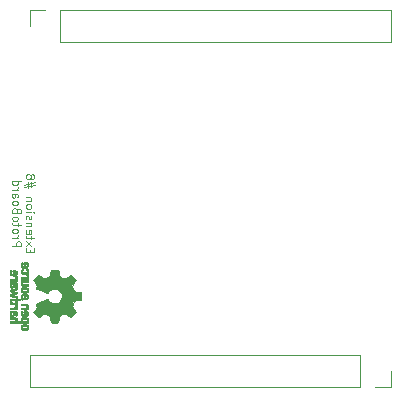
<source format=gbo>
G04 #@! TF.FileFunction,Legend,Bot*
%FSLAX46Y46*%
G04 Gerber Fmt 4.6, Leading zero omitted, Abs format (unit mm)*
G04 Created by KiCad (PCBNEW 4.0.7-e2-6376~60~ubuntu17.10.1) date Thu Nov  2 21:58:26 2017*
%MOMM*%
%LPD*%
G01*
G04 APERTURE LIST*
%ADD10C,0.100000*%
%ADD11C,0.010000*%
%ADD12C,0.120000*%
G04 APERTURE END LIST*
D10*
X147310000Y-110598332D02*
X147310000Y-110364999D01*
X146943333Y-110264999D02*
X146943333Y-110598332D01*
X147643333Y-110598332D01*
X147643333Y-110264999D01*
X146943333Y-110031666D02*
X147410000Y-109664999D01*
X147410000Y-110031666D02*
X146943333Y-109664999D01*
X147410000Y-109498332D02*
X147410000Y-109231666D01*
X147643333Y-109398332D02*
X147043333Y-109398332D01*
X146976667Y-109364999D01*
X146943333Y-109298332D01*
X146943333Y-109231666D01*
X146976667Y-108731666D02*
X146943333Y-108798332D01*
X146943333Y-108931666D01*
X146976667Y-108998332D01*
X147043333Y-109031666D01*
X147310000Y-109031666D01*
X147376667Y-108998332D01*
X147410000Y-108931666D01*
X147410000Y-108798332D01*
X147376667Y-108731666D01*
X147310000Y-108698332D01*
X147243333Y-108698332D01*
X147176667Y-109031666D01*
X147410000Y-108398332D02*
X146943333Y-108398332D01*
X147343333Y-108398332D02*
X147376667Y-108364999D01*
X147410000Y-108298332D01*
X147410000Y-108198332D01*
X147376667Y-108131666D01*
X147310000Y-108098332D01*
X146943333Y-108098332D01*
X146976667Y-107798333D02*
X146943333Y-107731666D01*
X146943333Y-107598333D01*
X146976667Y-107531666D01*
X147043333Y-107498333D01*
X147076667Y-107498333D01*
X147143333Y-107531666D01*
X147176667Y-107598333D01*
X147176667Y-107698333D01*
X147210000Y-107764999D01*
X147276667Y-107798333D01*
X147310000Y-107798333D01*
X147376667Y-107764999D01*
X147410000Y-107698333D01*
X147410000Y-107598333D01*
X147376667Y-107531666D01*
X146943333Y-107198332D02*
X147410000Y-107198332D01*
X147643333Y-107198332D02*
X147610000Y-107231666D01*
X147576667Y-107198332D01*
X147610000Y-107164999D01*
X147643333Y-107198332D01*
X147576667Y-107198332D01*
X146943333Y-106764999D02*
X146976667Y-106831666D01*
X147010000Y-106864999D01*
X147076667Y-106898333D01*
X147276667Y-106898333D01*
X147343333Y-106864999D01*
X147376667Y-106831666D01*
X147410000Y-106764999D01*
X147410000Y-106664999D01*
X147376667Y-106598333D01*
X147343333Y-106564999D01*
X147276667Y-106531666D01*
X147076667Y-106531666D01*
X147010000Y-106564999D01*
X146976667Y-106598333D01*
X146943333Y-106664999D01*
X146943333Y-106764999D01*
X147410000Y-106231666D02*
X146943333Y-106231666D01*
X147343333Y-106231666D02*
X147376667Y-106198333D01*
X147410000Y-106131666D01*
X147410000Y-106031666D01*
X147376667Y-105965000D01*
X147310000Y-105931666D01*
X146943333Y-105931666D01*
X147410000Y-105098334D02*
X147410000Y-104598334D01*
X147710000Y-104898334D02*
X146810000Y-105098334D01*
X147110000Y-104665000D02*
X147110000Y-105165000D01*
X146810000Y-104865000D02*
X147710000Y-104665000D01*
X147343333Y-104265000D02*
X147376667Y-104331667D01*
X147410000Y-104365000D01*
X147476667Y-104398334D01*
X147510000Y-104398334D01*
X147576667Y-104365000D01*
X147610000Y-104331667D01*
X147643333Y-104265000D01*
X147643333Y-104131667D01*
X147610000Y-104065000D01*
X147576667Y-104031667D01*
X147510000Y-103998334D01*
X147476667Y-103998334D01*
X147410000Y-104031667D01*
X147376667Y-104065000D01*
X147343333Y-104131667D01*
X147343333Y-104265000D01*
X147310000Y-104331667D01*
X147276667Y-104365000D01*
X147210000Y-104398334D01*
X147076667Y-104398334D01*
X147010000Y-104365000D01*
X146976667Y-104331667D01*
X146943333Y-104265000D01*
X146943333Y-104131667D01*
X146976667Y-104065000D01*
X147010000Y-104031667D01*
X147076667Y-103998334D01*
X147210000Y-103998334D01*
X147276667Y-104031667D01*
X147310000Y-104065000D01*
X147343333Y-104131667D01*
X145793333Y-110064998D02*
X146493333Y-110064998D01*
X146493333Y-109798332D01*
X146460000Y-109731665D01*
X146426667Y-109698332D01*
X146360000Y-109664998D01*
X146260000Y-109664998D01*
X146193333Y-109698332D01*
X146160000Y-109731665D01*
X146126667Y-109798332D01*
X146126667Y-110064998D01*
X145793333Y-109364998D02*
X146260000Y-109364998D01*
X146126667Y-109364998D02*
X146193333Y-109331665D01*
X146226667Y-109298332D01*
X146260000Y-109231665D01*
X146260000Y-109164998D01*
X145793333Y-108831665D02*
X145826667Y-108898332D01*
X145860000Y-108931665D01*
X145926667Y-108964999D01*
X146126667Y-108964999D01*
X146193333Y-108931665D01*
X146226667Y-108898332D01*
X146260000Y-108831665D01*
X146260000Y-108731665D01*
X146226667Y-108664999D01*
X146193333Y-108631665D01*
X146126667Y-108598332D01*
X145926667Y-108598332D01*
X145860000Y-108631665D01*
X145826667Y-108664999D01*
X145793333Y-108731665D01*
X145793333Y-108831665D01*
X146260000Y-108398332D02*
X146260000Y-108131666D01*
X146493333Y-108298332D02*
X145893333Y-108298332D01*
X145826667Y-108264999D01*
X145793333Y-108198332D01*
X145793333Y-108131666D01*
X145793333Y-107798332D02*
X145826667Y-107864999D01*
X145860000Y-107898332D01*
X145926667Y-107931666D01*
X146126667Y-107931666D01*
X146193333Y-107898332D01*
X146226667Y-107864999D01*
X146260000Y-107798332D01*
X146260000Y-107698332D01*
X146226667Y-107631666D01*
X146193333Y-107598332D01*
X146126667Y-107564999D01*
X145926667Y-107564999D01*
X145860000Y-107598332D01*
X145826667Y-107631666D01*
X145793333Y-107698332D01*
X145793333Y-107798332D01*
X146160000Y-107031666D02*
X146126667Y-106931666D01*
X146093333Y-106898333D01*
X146026667Y-106864999D01*
X145926667Y-106864999D01*
X145860000Y-106898333D01*
X145826667Y-106931666D01*
X145793333Y-106998333D01*
X145793333Y-107264999D01*
X146493333Y-107264999D01*
X146493333Y-107031666D01*
X146460000Y-106964999D01*
X146426667Y-106931666D01*
X146360000Y-106898333D01*
X146293333Y-106898333D01*
X146226667Y-106931666D01*
X146193333Y-106964999D01*
X146160000Y-107031666D01*
X146160000Y-107264999D01*
X145793333Y-106464999D02*
X145826667Y-106531666D01*
X145860000Y-106564999D01*
X145926667Y-106598333D01*
X146126667Y-106598333D01*
X146193333Y-106564999D01*
X146226667Y-106531666D01*
X146260000Y-106464999D01*
X146260000Y-106364999D01*
X146226667Y-106298333D01*
X146193333Y-106264999D01*
X146126667Y-106231666D01*
X145926667Y-106231666D01*
X145860000Y-106264999D01*
X145826667Y-106298333D01*
X145793333Y-106364999D01*
X145793333Y-106464999D01*
X145793333Y-105631666D02*
X146160000Y-105631666D01*
X146226667Y-105665000D01*
X146260000Y-105731666D01*
X146260000Y-105865000D01*
X146226667Y-105931666D01*
X145826667Y-105631666D02*
X145793333Y-105698333D01*
X145793333Y-105865000D01*
X145826667Y-105931666D01*
X145893333Y-105965000D01*
X145960000Y-105965000D01*
X146026667Y-105931666D01*
X146060000Y-105865000D01*
X146060000Y-105698333D01*
X146093333Y-105631666D01*
X145793333Y-105298333D02*
X146260000Y-105298333D01*
X146126667Y-105298333D02*
X146193333Y-105265000D01*
X146226667Y-105231667D01*
X146260000Y-105165000D01*
X146260000Y-105098333D01*
X145793333Y-104565000D02*
X146493333Y-104565000D01*
X145826667Y-104565000D02*
X145793333Y-104631667D01*
X145793333Y-104765000D01*
X145826667Y-104831667D01*
X145860000Y-104865000D01*
X145926667Y-104898334D01*
X146126667Y-104898334D01*
X146193333Y-104865000D01*
X146226667Y-104831667D01*
X146260000Y-104765000D01*
X146260000Y-104631667D01*
X146226667Y-104565000D01*
D11*
G36*
X147120816Y-116208759D02*
X147107718Y-116182247D01*
X147084894Y-116149553D01*
X147060004Y-116125725D01*
X147028751Y-116109406D01*
X146986834Y-116099240D01*
X146929956Y-116093872D01*
X146853816Y-116091944D01*
X146821083Y-116091831D01*
X146749344Y-116092161D01*
X146698073Y-116093527D01*
X146662596Y-116096500D01*
X146638237Y-116101649D01*
X146620320Y-116109543D01*
X146608098Y-116117757D01*
X146556095Y-116170187D01*
X146524816Y-116231930D01*
X146515408Y-116298536D01*
X146529020Y-116365558D01*
X146538646Y-116386792D01*
X146565141Y-116437624D01*
X146149948Y-116437624D01*
X146169132Y-116400525D01*
X146183975Y-116351643D01*
X146187778Y-116291561D01*
X146180757Y-116231564D01*
X146164987Y-116186256D01*
X146134953Y-116148675D01*
X146091976Y-116116564D01*
X146087564Y-116114150D01*
X146066779Y-116103967D01*
X146045830Y-116096530D01*
X146020452Y-116091411D01*
X145986382Y-116088181D01*
X145939359Y-116086413D01*
X145875118Y-116085677D01*
X145802824Y-116085544D01*
X145572178Y-116085544D01*
X145572178Y-116223861D01*
X145997467Y-116223861D01*
X146030021Y-116262549D01*
X146056060Y-116302738D01*
X146060795Y-116340797D01*
X146048611Y-116379066D01*
X146036680Y-116399462D01*
X146019687Y-116414642D01*
X145994005Y-116425438D01*
X145956009Y-116432683D01*
X145902074Y-116437208D01*
X145828575Y-116439844D01*
X145779653Y-116440772D01*
X145578465Y-116443911D01*
X145574664Y-116509926D01*
X145570864Y-116575940D01*
X146819350Y-116575940D01*
X146819350Y-116437624D01*
X146749746Y-116434097D01*
X146701431Y-116422215D01*
X146671369Y-116400020D01*
X146656529Y-116365559D01*
X146653564Y-116330742D01*
X146656972Y-116291329D01*
X146670383Y-116265171D01*
X146688104Y-116248814D01*
X146707165Y-116235937D01*
X146728399Y-116228272D01*
X146758151Y-116224861D01*
X146802764Y-116224749D01*
X146840120Y-116225897D01*
X146896396Y-116228532D01*
X146933342Y-116232456D01*
X146956777Y-116239063D01*
X146972520Y-116249749D01*
X146981620Y-116259833D01*
X147001463Y-116301970D01*
X147004668Y-116351840D01*
X146997832Y-116380476D01*
X146973536Y-116408828D01*
X146926272Y-116427609D01*
X146856376Y-116436712D01*
X146819350Y-116437624D01*
X146819350Y-116575940D01*
X147131386Y-116575940D01*
X147131386Y-116506782D01*
X147129744Y-116465260D01*
X147123913Y-116443838D01*
X147112539Y-116437626D01*
X147112202Y-116437624D01*
X147101062Y-116434742D01*
X147102327Y-116422030D01*
X147114567Y-116396757D01*
X147133293Y-116337869D01*
X147135261Y-116271615D01*
X147120816Y-116208759D01*
X147120816Y-116208759D01*
G37*
X147120816Y-116208759D02*
X147107718Y-116182247D01*
X147084894Y-116149553D01*
X147060004Y-116125725D01*
X147028751Y-116109406D01*
X146986834Y-116099240D01*
X146929956Y-116093872D01*
X146853816Y-116091944D01*
X146821083Y-116091831D01*
X146749344Y-116092161D01*
X146698073Y-116093527D01*
X146662596Y-116096500D01*
X146638237Y-116101649D01*
X146620320Y-116109543D01*
X146608098Y-116117757D01*
X146556095Y-116170187D01*
X146524816Y-116231930D01*
X146515408Y-116298536D01*
X146529020Y-116365558D01*
X146538646Y-116386792D01*
X146565141Y-116437624D01*
X146149948Y-116437624D01*
X146169132Y-116400525D01*
X146183975Y-116351643D01*
X146187778Y-116291561D01*
X146180757Y-116231564D01*
X146164987Y-116186256D01*
X146134953Y-116148675D01*
X146091976Y-116116564D01*
X146087564Y-116114150D01*
X146066779Y-116103967D01*
X146045830Y-116096530D01*
X146020452Y-116091411D01*
X145986382Y-116088181D01*
X145939359Y-116086413D01*
X145875118Y-116085677D01*
X145802824Y-116085544D01*
X145572178Y-116085544D01*
X145572178Y-116223861D01*
X145997467Y-116223861D01*
X146030021Y-116262549D01*
X146056060Y-116302738D01*
X146060795Y-116340797D01*
X146048611Y-116379066D01*
X146036680Y-116399462D01*
X146019687Y-116414642D01*
X145994005Y-116425438D01*
X145956009Y-116432683D01*
X145902074Y-116437208D01*
X145828575Y-116439844D01*
X145779653Y-116440772D01*
X145578465Y-116443911D01*
X145574664Y-116509926D01*
X145570864Y-116575940D01*
X146819350Y-116575940D01*
X146819350Y-116437624D01*
X146749746Y-116434097D01*
X146701431Y-116422215D01*
X146671369Y-116400020D01*
X146656529Y-116365559D01*
X146653564Y-116330742D01*
X146656972Y-116291329D01*
X146670383Y-116265171D01*
X146688104Y-116248814D01*
X146707165Y-116235937D01*
X146728399Y-116228272D01*
X146758151Y-116224861D01*
X146802764Y-116224749D01*
X146840120Y-116225897D01*
X146896396Y-116228532D01*
X146933342Y-116232456D01*
X146956777Y-116239063D01*
X146972520Y-116249749D01*
X146981620Y-116259833D01*
X147001463Y-116301970D01*
X147004668Y-116351840D01*
X146997832Y-116380476D01*
X146973536Y-116408828D01*
X146926272Y-116427609D01*
X146856376Y-116436712D01*
X146819350Y-116437624D01*
X146819350Y-116575940D01*
X147131386Y-116575940D01*
X147131386Y-116506782D01*
X147129744Y-116465260D01*
X147123913Y-116443838D01*
X147112539Y-116437626D01*
X147112202Y-116437624D01*
X147101062Y-116434742D01*
X147102327Y-116422030D01*
X147114567Y-116396757D01*
X147133293Y-116337869D01*
X147135261Y-116271615D01*
X147120816Y-116208759D01*
G36*
X146183445Y-115684210D02*
X146167661Y-115625055D01*
X146139052Y-115580023D01*
X146101581Y-115548246D01*
X146085589Y-115538366D01*
X146068837Y-115531073D01*
X146047408Y-115525974D01*
X146017384Y-115522679D01*
X145974846Y-115520797D01*
X145915878Y-115519937D01*
X145836560Y-115519707D01*
X145815516Y-115519703D01*
X145572178Y-115519703D01*
X145572178Y-115580059D01*
X145574874Y-115618557D01*
X145581705Y-115647023D01*
X145585917Y-115654155D01*
X145593187Y-115673652D01*
X145585917Y-115693566D01*
X145576840Y-115726353D01*
X145573187Y-115773978D01*
X145574772Y-115826764D01*
X145581411Y-115875036D01*
X145589928Y-115903218D01*
X145624937Y-115957753D01*
X145673521Y-115991835D01*
X145738118Y-116007157D01*
X145739777Y-116007299D01*
X145768434Y-116005955D01*
X145768434Y-115884356D01*
X145735839Y-115873726D01*
X145717495Y-115856410D01*
X145703621Y-115821652D01*
X145698083Y-115775773D01*
X145700809Y-115728988D01*
X145711726Y-115691514D01*
X145718731Y-115681015D01*
X145751096Y-115662668D01*
X145787889Y-115658020D01*
X145836237Y-115658020D01*
X145836237Y-115727582D01*
X145831150Y-115793667D01*
X145816737Y-115843764D01*
X145794271Y-115874929D01*
X145768434Y-115884356D01*
X145768434Y-116005955D01*
X145810353Y-116003987D01*
X145866155Y-115980710D01*
X145908353Y-115936948D01*
X145912192Y-115930899D01*
X145924691Y-115904907D01*
X145932260Y-115872735D01*
X145935939Y-115827760D01*
X145936784Y-115774331D01*
X145936831Y-115658020D01*
X145985589Y-115658020D01*
X146023419Y-115662953D01*
X146048764Y-115675543D01*
X146050113Y-115677017D01*
X146061200Y-115705034D01*
X146065497Y-115747326D01*
X146063385Y-115794064D01*
X146055244Y-115835418D01*
X146043035Y-115859957D01*
X146033254Y-115873253D01*
X146031387Y-115887294D01*
X146039400Y-115906671D01*
X146059261Y-115935976D01*
X146092937Y-115979803D01*
X146096091Y-115983825D01*
X146107764Y-115981764D01*
X146127178Y-115964568D01*
X146148752Y-115938433D01*
X146166904Y-115909552D01*
X146171191Y-115900478D01*
X146179744Y-115867380D01*
X146185845Y-115818880D01*
X146188292Y-115764695D01*
X146188297Y-115762161D01*
X146183445Y-115684210D01*
X146183445Y-115684210D01*
G37*
X146183445Y-115684210D02*
X146167661Y-115625055D01*
X146139052Y-115580023D01*
X146101581Y-115548246D01*
X146085589Y-115538366D01*
X146068837Y-115531073D01*
X146047408Y-115525974D01*
X146017384Y-115522679D01*
X145974846Y-115520797D01*
X145915878Y-115519937D01*
X145836560Y-115519707D01*
X145815516Y-115519703D01*
X145572178Y-115519703D01*
X145572178Y-115580059D01*
X145574874Y-115618557D01*
X145581705Y-115647023D01*
X145585917Y-115654155D01*
X145593187Y-115673652D01*
X145585917Y-115693566D01*
X145576840Y-115726353D01*
X145573187Y-115773978D01*
X145574772Y-115826764D01*
X145581411Y-115875036D01*
X145589928Y-115903218D01*
X145624937Y-115957753D01*
X145673521Y-115991835D01*
X145738118Y-116007157D01*
X145739777Y-116007299D01*
X145768434Y-116005955D01*
X145768434Y-115884356D01*
X145735839Y-115873726D01*
X145717495Y-115856410D01*
X145703621Y-115821652D01*
X145698083Y-115775773D01*
X145700809Y-115728988D01*
X145711726Y-115691514D01*
X145718731Y-115681015D01*
X145751096Y-115662668D01*
X145787889Y-115658020D01*
X145836237Y-115658020D01*
X145836237Y-115727582D01*
X145831150Y-115793667D01*
X145816737Y-115843764D01*
X145794271Y-115874929D01*
X145768434Y-115884356D01*
X145768434Y-116005955D01*
X145810353Y-116003987D01*
X145866155Y-115980710D01*
X145908353Y-115936948D01*
X145912192Y-115930899D01*
X145924691Y-115904907D01*
X145932260Y-115872735D01*
X145935939Y-115827760D01*
X145936784Y-115774331D01*
X145936831Y-115658020D01*
X145985589Y-115658020D01*
X146023419Y-115662953D01*
X146048764Y-115675543D01*
X146050113Y-115677017D01*
X146061200Y-115705034D01*
X146065497Y-115747326D01*
X146063385Y-115794064D01*
X146055244Y-115835418D01*
X146043035Y-115859957D01*
X146033254Y-115873253D01*
X146031387Y-115887294D01*
X146039400Y-115906671D01*
X146059261Y-115935976D01*
X146092937Y-115979803D01*
X146096091Y-115983825D01*
X146107764Y-115981764D01*
X146127178Y-115964568D01*
X146148752Y-115938433D01*
X146166904Y-115909552D01*
X146171191Y-115900478D01*
X146179744Y-115867380D01*
X146185845Y-115818880D01*
X146188292Y-115764695D01*
X146188297Y-115762161D01*
X146183445Y-115684210D01*
G36*
X146186980Y-115293356D02*
X146181340Y-115274539D01*
X146168947Y-115268473D01*
X146163353Y-115268218D01*
X146147770Y-115267129D01*
X146145324Y-115259632D01*
X146156007Y-115239381D01*
X146163306Y-115227351D01*
X146178937Y-115189400D01*
X146186666Y-115144072D01*
X146187260Y-115096544D01*
X146181487Y-115051995D01*
X146170116Y-115015602D01*
X146153912Y-114992543D01*
X146133645Y-114987996D01*
X146128157Y-114990291D01*
X146105374Y-115007020D01*
X146077353Y-115032963D01*
X146072823Y-115037655D01*
X146051995Y-115062383D01*
X146045265Y-115083718D01*
X146049962Y-115113555D01*
X146053083Y-115125508D01*
X146060579Y-115162705D01*
X146057208Y-115188859D01*
X146045319Y-115210946D01*
X146029365Y-115231178D01*
X146009300Y-115246079D01*
X145981298Y-115256434D01*
X145941533Y-115263029D01*
X145886177Y-115266649D01*
X145811406Y-115268078D01*
X145766260Y-115268218D01*
X145572178Y-115268218D01*
X145572178Y-115393960D01*
X146188317Y-115393960D01*
X146188317Y-115331089D01*
X146186980Y-115293356D01*
X146186980Y-115293356D01*
G37*
X146186980Y-115293356D02*
X146181340Y-115274539D01*
X146168947Y-115268473D01*
X146163353Y-115268218D01*
X146147770Y-115267129D01*
X146145324Y-115259632D01*
X146156007Y-115239381D01*
X146163306Y-115227351D01*
X146178937Y-115189400D01*
X146186666Y-115144072D01*
X146187260Y-115096544D01*
X146181487Y-115051995D01*
X146170116Y-115015602D01*
X146153912Y-114992543D01*
X146133645Y-114987996D01*
X146128157Y-114990291D01*
X146105374Y-115007020D01*
X146077353Y-115032963D01*
X146072823Y-115037655D01*
X146051995Y-115062383D01*
X146045265Y-115083718D01*
X146049962Y-115113555D01*
X146053083Y-115125508D01*
X146060579Y-115162705D01*
X146057208Y-115188859D01*
X146045319Y-115210946D01*
X146029365Y-115231178D01*
X146009300Y-115246079D01*
X145981298Y-115256434D01*
X145941533Y-115263029D01*
X145886177Y-115266649D01*
X145811406Y-115268078D01*
X145766260Y-115268218D01*
X145572178Y-115268218D01*
X145572178Y-115393960D01*
X146188317Y-115393960D01*
X146188317Y-115331089D01*
X146186980Y-115293356D01*
G36*
X145572178Y-114501188D02*
X145572178Y-114570346D01*
X145573355Y-114610488D01*
X145578228Y-114631394D01*
X145588814Y-114638922D01*
X145595971Y-114639505D01*
X145610324Y-114640774D01*
X145613077Y-114648779D01*
X145604229Y-114669815D01*
X145595971Y-114686173D01*
X145576403Y-114748977D01*
X145575271Y-114817248D01*
X145589865Y-114872752D01*
X145625123Y-114924438D01*
X145677165Y-114963838D01*
X145738550Y-114985413D01*
X145741982Y-114985962D01*
X145779429Y-114989167D01*
X145833187Y-114990761D01*
X145873845Y-114990633D01*
X145873845Y-114853279D01*
X145819806Y-114850097D01*
X145775265Y-114842859D01*
X145750112Y-114833060D01*
X145715740Y-114795989D01*
X145703418Y-114751974D01*
X145713382Y-114706584D01*
X145743105Y-114667797D01*
X145763095Y-114653108D01*
X145786950Y-114644519D01*
X145821770Y-114640496D01*
X145874070Y-114639505D01*
X145925861Y-114641278D01*
X145971366Y-114645963D01*
X146001819Y-114652603D01*
X146004548Y-114653710D01*
X146037000Y-114680491D01*
X146054817Y-114719579D01*
X146057694Y-114763315D01*
X146045326Y-114804038D01*
X146017407Y-114834087D01*
X146011852Y-114837204D01*
X145977978Y-114846961D01*
X145929272Y-114852277D01*
X145873845Y-114853279D01*
X145873845Y-114990633D01*
X145894460Y-114990568D01*
X145927437Y-114989664D01*
X146009019Y-114983514D01*
X146070270Y-114970733D01*
X146115551Y-114949471D01*
X146149221Y-114917878D01*
X146168986Y-114887207D01*
X146182880Y-114844354D01*
X146187646Y-114791056D01*
X146183764Y-114736480D01*
X146171718Y-114689792D01*
X146157307Y-114665124D01*
X146134122Y-114639505D01*
X146427227Y-114639505D01*
X146427227Y-114501188D01*
X145572178Y-114501188D01*
X145572178Y-114501188D01*
G37*
X145572178Y-114501188D02*
X145572178Y-114570346D01*
X145573355Y-114610488D01*
X145578228Y-114631394D01*
X145588814Y-114638922D01*
X145595971Y-114639505D01*
X145610324Y-114640774D01*
X145613077Y-114648779D01*
X145604229Y-114669815D01*
X145595971Y-114686173D01*
X145576403Y-114748977D01*
X145575271Y-114817248D01*
X145589865Y-114872752D01*
X145625123Y-114924438D01*
X145677165Y-114963838D01*
X145738550Y-114985413D01*
X145741982Y-114985962D01*
X145779429Y-114989167D01*
X145833187Y-114990761D01*
X145873845Y-114990633D01*
X145873845Y-114853279D01*
X145819806Y-114850097D01*
X145775265Y-114842859D01*
X145750112Y-114833060D01*
X145715740Y-114795989D01*
X145703418Y-114751974D01*
X145713382Y-114706584D01*
X145743105Y-114667797D01*
X145763095Y-114653108D01*
X145786950Y-114644519D01*
X145821770Y-114640496D01*
X145874070Y-114639505D01*
X145925861Y-114641278D01*
X145971366Y-114645963D01*
X146001819Y-114652603D01*
X146004548Y-114653710D01*
X146037000Y-114680491D01*
X146054817Y-114719579D01*
X146057694Y-114763315D01*
X146045326Y-114804038D01*
X146017407Y-114834087D01*
X146011852Y-114837204D01*
X145977978Y-114846961D01*
X145929272Y-114852277D01*
X145873845Y-114853279D01*
X145873845Y-114990633D01*
X145894460Y-114990568D01*
X145927437Y-114989664D01*
X146009019Y-114983514D01*
X146070270Y-114970733D01*
X146115551Y-114949471D01*
X146149221Y-114917878D01*
X146168986Y-114887207D01*
X146182880Y-114844354D01*
X146187646Y-114791056D01*
X146183764Y-114736480D01*
X146171718Y-114689792D01*
X146157307Y-114665124D01*
X146134122Y-114639505D01*
X146427227Y-114639505D01*
X146427227Y-114501188D01*
X145572178Y-114501188D01*
G36*
X146185763Y-114018476D02*
X146182029Y-113968745D01*
X145792227Y-113838709D01*
X145861386Y-113818322D01*
X145904126Y-113806054D01*
X145961885Y-113789915D01*
X146025375Y-113772488D01*
X146059430Y-113763274D01*
X146188317Y-113728612D01*
X146188317Y-113585609D01*
X146053143Y-113628354D01*
X145986658Y-113649404D01*
X145906461Y-113674833D01*
X145822807Y-113701390D01*
X145748218Y-113725098D01*
X145578465Y-113779098D01*
X145574672Y-113837402D01*
X145570878Y-113895705D01*
X145675266Y-113927321D01*
X145740111Y-113946818D01*
X145811600Y-113968096D01*
X145874737Y-113986692D01*
X145877250Y-113987426D01*
X145920031Y-114001316D01*
X145949221Y-114013571D01*
X145960259Y-114022154D01*
X145958982Y-114023918D01*
X145941870Y-114030109D01*
X145905213Y-114041872D01*
X145853622Y-114057775D01*
X145791706Y-114076386D01*
X145757648Y-114086457D01*
X145572178Y-114140993D01*
X145572178Y-114256736D01*
X145864529Y-114349263D01*
X145946538Y-114375256D01*
X146021013Y-114398934D01*
X146084456Y-114419180D01*
X146133368Y-114434874D01*
X146164251Y-114444898D01*
X146173274Y-114447945D01*
X146182513Y-114445533D01*
X146186559Y-114426592D01*
X146186154Y-114387177D01*
X146185848Y-114381007D01*
X146182029Y-114307914D01*
X146005990Y-114260043D01*
X145941789Y-114242447D01*
X145885351Y-114226723D01*
X145841578Y-114214254D01*
X145815370Y-114206426D01*
X145811097Y-114204980D01*
X145816010Y-114198986D01*
X145841468Y-114186899D01*
X145884003Y-114170107D01*
X145940150Y-114149997D01*
X145990870Y-114132997D01*
X146189496Y-114068206D01*
X146185763Y-114018476D01*
X146185763Y-114018476D01*
G37*
X146185763Y-114018476D02*
X146182029Y-113968745D01*
X145792227Y-113838709D01*
X145861386Y-113818322D01*
X145904126Y-113806054D01*
X145961885Y-113789915D01*
X146025375Y-113772488D01*
X146059430Y-113763274D01*
X146188317Y-113728612D01*
X146188317Y-113585609D01*
X146053143Y-113628354D01*
X145986658Y-113649404D01*
X145906461Y-113674833D01*
X145822807Y-113701390D01*
X145748218Y-113725098D01*
X145578465Y-113779098D01*
X145574672Y-113837402D01*
X145570878Y-113895705D01*
X145675266Y-113927321D01*
X145740111Y-113946818D01*
X145811600Y-113968096D01*
X145874737Y-113986692D01*
X145877250Y-113987426D01*
X145920031Y-114001316D01*
X145949221Y-114013571D01*
X145960259Y-114022154D01*
X145958982Y-114023918D01*
X145941870Y-114030109D01*
X145905213Y-114041872D01*
X145853622Y-114057775D01*
X145791706Y-114076386D01*
X145757648Y-114086457D01*
X145572178Y-114140993D01*
X145572178Y-114256736D01*
X145864529Y-114349263D01*
X145946538Y-114375256D01*
X146021013Y-114398934D01*
X146084456Y-114419180D01*
X146133368Y-114434874D01*
X146164251Y-114444898D01*
X146173274Y-114447945D01*
X146182513Y-114445533D01*
X146186559Y-114426592D01*
X146186154Y-114387177D01*
X146185848Y-114381007D01*
X146182029Y-114307914D01*
X146005990Y-114260043D01*
X145941789Y-114242447D01*
X145885351Y-114226723D01*
X145841578Y-114214254D01*
X145815370Y-114206426D01*
X145811097Y-114204980D01*
X145816010Y-114198986D01*
X145841468Y-114186899D01*
X145884003Y-114170107D01*
X145940150Y-114149997D01*
X145990870Y-114132997D01*
X146189496Y-114068206D01*
X146185763Y-114018476D01*
G36*
X146184583Y-113261589D02*
X146171710Y-113208589D01*
X146164890Y-113193269D01*
X146147026Y-113163572D01*
X146126907Y-113140780D01*
X146101038Y-113123917D01*
X146065927Y-113112002D01*
X146018080Y-113104058D01*
X145954004Y-113099106D01*
X145870206Y-113096169D01*
X145814232Y-113095053D01*
X145572178Y-113090948D01*
X145572178Y-113161068D01*
X145573962Y-113203607D01*
X145580058Y-113225524D01*
X145590294Y-113231188D01*
X145601363Y-113234179D01*
X145599246Y-113247549D01*
X145590371Y-113265767D01*
X145576767Y-113311376D01*
X145573101Y-113369993D01*
X145579097Y-113431646D01*
X145594479Y-113486362D01*
X145596614Y-113491270D01*
X145631745Y-113541277D01*
X145680581Y-113574244D01*
X145737667Y-113589413D01*
X145758176Y-113588254D01*
X145758176Y-113464492D01*
X145730575Y-113453587D01*
X145710796Y-113421255D01*
X145700181Y-113369090D01*
X145698772Y-113341213D01*
X145702380Y-113294753D01*
X145716403Y-113263871D01*
X145723069Y-113256336D01*
X145759334Y-113235924D01*
X145792227Y-113231188D01*
X145836237Y-113231188D01*
X145836237Y-113292487D01*
X145832605Y-113363744D01*
X145821182Y-113413724D01*
X145801176Y-113445304D01*
X145792257Y-113452374D01*
X145758176Y-113464492D01*
X145758176Y-113588254D01*
X145797544Y-113586029D01*
X145854756Y-113563337D01*
X145893420Y-113532376D01*
X145910136Y-113513624D01*
X145921122Y-113495267D01*
X145927820Y-113471381D01*
X145931674Y-113436043D01*
X145934127Y-113383331D01*
X145934832Y-113362423D01*
X145939121Y-113231188D01*
X145978842Y-113231380D01*
X146020595Y-113236463D01*
X146045842Y-113254838D01*
X146061970Y-113291961D01*
X146062258Y-113292957D01*
X146068600Y-113345590D01*
X146060316Y-113397094D01*
X146040173Y-113435370D01*
X146030227Y-113450728D01*
X146031603Y-113467270D01*
X146046013Y-113492725D01*
X146056183Y-113507672D01*
X146077912Y-113536909D01*
X146094200Y-113555020D01*
X146098863Y-113557926D01*
X146122995Y-113545960D01*
X146151815Y-113510604D01*
X146161539Y-113495247D01*
X146178286Y-113451099D01*
X146187773Y-113391602D01*
X146189905Y-113325513D01*
X146184583Y-113261589D01*
X146184583Y-113261589D01*
G37*
X146184583Y-113261589D02*
X146171710Y-113208589D01*
X146164890Y-113193269D01*
X146147026Y-113163572D01*
X146126907Y-113140780D01*
X146101038Y-113123917D01*
X146065927Y-113112002D01*
X146018080Y-113104058D01*
X145954004Y-113099106D01*
X145870206Y-113096169D01*
X145814232Y-113095053D01*
X145572178Y-113090948D01*
X145572178Y-113161068D01*
X145573962Y-113203607D01*
X145580058Y-113225524D01*
X145590294Y-113231188D01*
X145601363Y-113234179D01*
X145599246Y-113247549D01*
X145590371Y-113265767D01*
X145576767Y-113311376D01*
X145573101Y-113369993D01*
X145579097Y-113431646D01*
X145594479Y-113486362D01*
X145596614Y-113491270D01*
X145631745Y-113541277D01*
X145680581Y-113574244D01*
X145737667Y-113589413D01*
X145758176Y-113588254D01*
X145758176Y-113464492D01*
X145730575Y-113453587D01*
X145710796Y-113421255D01*
X145700181Y-113369090D01*
X145698772Y-113341213D01*
X145702380Y-113294753D01*
X145716403Y-113263871D01*
X145723069Y-113256336D01*
X145759334Y-113235924D01*
X145792227Y-113231188D01*
X145836237Y-113231188D01*
X145836237Y-113292487D01*
X145832605Y-113363744D01*
X145821182Y-113413724D01*
X145801176Y-113445304D01*
X145792257Y-113452374D01*
X145758176Y-113464492D01*
X145758176Y-113588254D01*
X145797544Y-113586029D01*
X145854756Y-113563337D01*
X145893420Y-113532376D01*
X145910136Y-113513624D01*
X145921122Y-113495267D01*
X145927820Y-113471381D01*
X145931674Y-113436043D01*
X145934127Y-113383331D01*
X145934832Y-113362423D01*
X145939121Y-113231188D01*
X145978842Y-113231380D01*
X146020595Y-113236463D01*
X146045842Y-113254838D01*
X146061970Y-113291961D01*
X146062258Y-113292957D01*
X146068600Y-113345590D01*
X146060316Y-113397094D01*
X146040173Y-113435370D01*
X146030227Y-113450728D01*
X146031603Y-113467270D01*
X146046013Y-113492725D01*
X146056183Y-113507672D01*
X146077912Y-113536909D01*
X146094200Y-113555020D01*
X146098863Y-113557926D01*
X146122995Y-113545960D01*
X146151815Y-113510604D01*
X146161539Y-113495247D01*
X146178286Y-113451099D01*
X146187773Y-113391602D01*
X146189905Y-113325513D01*
X146184583Y-113261589D01*
G36*
X146188514Y-112664745D02*
X146178985Y-112616405D01*
X146164875Y-112588886D01*
X146141432Y-112559936D01*
X146089429Y-112601124D01*
X146057936Y-112626518D01*
X146042572Y-112643762D01*
X146040224Y-112660898D01*
X146047783Y-112685973D01*
X146052059Y-112697743D01*
X146058369Y-112745730D01*
X146044844Y-112789676D01*
X146014290Y-112821940D01*
X146004548Y-112827181D01*
X145978742Y-112832888D01*
X145931183Y-112837294D01*
X145865242Y-112840189D01*
X145784290Y-112841369D01*
X145772774Y-112841386D01*
X145572178Y-112841386D01*
X145572178Y-112979703D01*
X146188317Y-112979703D01*
X146188317Y-112910544D01*
X146187275Y-112870667D01*
X146182642Y-112849893D01*
X146172151Y-112842211D01*
X146162255Y-112841386D01*
X146136194Y-112841386D01*
X146162255Y-112808255D01*
X146180035Y-112770265D01*
X146188826Y-112719230D01*
X146188514Y-112664745D01*
X146188514Y-112664745D01*
G37*
X146188514Y-112664745D02*
X146178985Y-112616405D01*
X146164875Y-112588886D01*
X146141432Y-112559936D01*
X146089429Y-112601124D01*
X146057936Y-112626518D01*
X146042572Y-112643762D01*
X146040224Y-112660898D01*
X146047783Y-112685973D01*
X146052059Y-112697743D01*
X146058369Y-112745730D01*
X146044844Y-112789676D01*
X146014290Y-112821940D01*
X146004548Y-112827181D01*
X145978742Y-112832888D01*
X145931183Y-112837294D01*
X145865242Y-112840189D01*
X145784290Y-112841369D01*
X145772774Y-112841386D01*
X145572178Y-112841386D01*
X145572178Y-112979703D01*
X146188317Y-112979703D01*
X146188317Y-112910544D01*
X146187275Y-112870667D01*
X146182642Y-112849893D01*
X146172151Y-112842211D01*
X146162255Y-112841386D01*
X146136194Y-112841386D01*
X146162255Y-112808255D01*
X146180035Y-112770265D01*
X146188826Y-112719230D01*
X146188514Y-112664745D01*
G36*
X146185030Y-112267419D02*
X146169403Y-112207315D01*
X146137152Y-112156979D01*
X146113060Y-112132607D01*
X146056105Y-112092655D01*
X145990035Y-112069758D01*
X145908818Y-112061892D01*
X145902252Y-112061852D01*
X145836237Y-112061782D01*
X145836237Y-112441736D01*
X145801658Y-112433637D01*
X145770341Y-112419013D01*
X145737709Y-112393419D01*
X145732500Y-112388065D01*
X145704306Y-112342057D01*
X145699525Y-112289590D01*
X145718074Y-112229197D01*
X145723069Y-112218960D01*
X145738255Y-112187561D01*
X145746906Y-112166530D01*
X145747707Y-112162861D01*
X145739937Y-112150052D01*
X145720928Y-112125622D01*
X145710540Y-112113221D01*
X145686679Y-112087524D01*
X145670923Y-112079085D01*
X145656429Y-112084942D01*
X145652466Y-112088072D01*
X145635121Y-112109275D01*
X145614041Y-112144262D01*
X145601735Y-112168663D01*
X145580054Y-112237928D01*
X145573029Y-112314612D01*
X145581353Y-112387235D01*
X145587314Y-112407574D01*
X145621048Y-112470524D01*
X145672955Y-112517185D01*
X145743541Y-112547827D01*
X145833308Y-112562718D01*
X145880247Y-112564353D01*
X145948587Y-112559579D01*
X145948587Y-112439010D01*
X145943535Y-112427348D01*
X145939571Y-112396002D01*
X145937232Y-112350429D01*
X145936831Y-112319554D01*
X145937217Y-112264019D01*
X145939025Y-112228967D01*
X145943227Y-112209738D01*
X145950797Y-112201670D01*
X145961782Y-112200099D01*
X145995619Y-112210879D01*
X146029060Y-112238020D01*
X146054728Y-112273723D01*
X146065228Y-112309440D01*
X146055914Y-112357952D01*
X146028987Y-112399947D01*
X145990173Y-112429064D01*
X145948587Y-112439010D01*
X145948587Y-112559579D01*
X145979764Y-112557401D01*
X146059051Y-112535945D01*
X146118737Y-112499530D01*
X146159451Y-112447703D01*
X146181821Y-112380010D01*
X146186129Y-112343338D01*
X146185030Y-112267419D01*
X146185030Y-112267419D01*
G37*
X146185030Y-112267419D02*
X146169403Y-112207315D01*
X146137152Y-112156979D01*
X146113060Y-112132607D01*
X146056105Y-112092655D01*
X145990035Y-112069758D01*
X145908818Y-112061892D01*
X145902252Y-112061852D01*
X145836237Y-112061782D01*
X145836237Y-112441736D01*
X145801658Y-112433637D01*
X145770341Y-112419013D01*
X145737709Y-112393419D01*
X145732500Y-112388065D01*
X145704306Y-112342057D01*
X145699525Y-112289590D01*
X145718074Y-112229197D01*
X145723069Y-112218960D01*
X145738255Y-112187561D01*
X145746906Y-112166530D01*
X145747707Y-112162861D01*
X145739937Y-112150052D01*
X145720928Y-112125622D01*
X145710540Y-112113221D01*
X145686679Y-112087524D01*
X145670923Y-112079085D01*
X145656429Y-112084942D01*
X145652466Y-112088072D01*
X145635121Y-112109275D01*
X145614041Y-112144262D01*
X145601735Y-112168663D01*
X145580054Y-112237928D01*
X145573029Y-112314612D01*
X145581353Y-112387235D01*
X145587314Y-112407574D01*
X145621048Y-112470524D01*
X145672955Y-112517185D01*
X145743541Y-112547827D01*
X145833308Y-112562718D01*
X145880247Y-112564353D01*
X145948587Y-112559579D01*
X145948587Y-112439010D01*
X145943535Y-112427348D01*
X145939571Y-112396002D01*
X145937232Y-112350429D01*
X145936831Y-112319554D01*
X145937217Y-112264019D01*
X145939025Y-112228967D01*
X145943227Y-112209738D01*
X145950797Y-112201670D01*
X145961782Y-112200099D01*
X145995619Y-112210879D01*
X146029060Y-112238020D01*
X146054728Y-112273723D01*
X146065228Y-112309440D01*
X146055914Y-112357952D01*
X146028987Y-112399947D01*
X145990173Y-112429064D01*
X145948587Y-112439010D01*
X145948587Y-112559579D01*
X145979764Y-112557401D01*
X146059051Y-112535945D01*
X146118737Y-112499530D01*
X146159451Y-112447703D01*
X146181821Y-112380010D01*
X146186129Y-112343338D01*
X146185030Y-112267419D01*
G36*
X147124852Y-116838261D02*
X147095769Y-116772479D01*
X147047207Y-116722540D01*
X146979092Y-116688374D01*
X146891349Y-116669907D01*
X146877649Y-116668583D01*
X146781061Y-116667546D01*
X146696398Y-116680993D01*
X146627779Y-116708108D01*
X146605706Y-116722627D01*
X146558989Y-116773201D01*
X146528732Y-116837609D01*
X146516176Y-116909666D01*
X146522561Y-116983185D01*
X146542228Y-117039072D01*
X146575371Y-117087132D01*
X146618825Y-117126412D01*
X146619842Y-117127092D01*
X146646662Y-117143044D01*
X146673632Y-117153410D01*
X146707668Y-117159688D01*
X146755690Y-117163373D01*
X146795069Y-117164997D01*
X146830781Y-117165672D01*
X146830781Y-117039955D01*
X146795230Y-117038726D01*
X146747906Y-117034266D01*
X146717535Y-117026397D01*
X146695928Y-117012207D01*
X146683306Y-116998917D01*
X146656878Y-116951802D01*
X146653347Y-116902505D01*
X146672361Y-116856593D01*
X146693669Y-116833638D01*
X146715141Y-116817096D01*
X146735687Y-116807421D01*
X146762426Y-116803174D01*
X146802477Y-116802920D01*
X146839362Y-116804228D01*
X146892053Y-116807043D01*
X146926228Y-116811505D01*
X146948520Y-116819548D01*
X146965558Y-116833103D01*
X146975297Y-116843845D01*
X147000877Y-116888777D01*
X147002153Y-116937249D01*
X146987001Y-116977894D01*
X146955358Y-117012567D01*
X146903380Y-117033224D01*
X146830781Y-117039955D01*
X146830781Y-117165672D01*
X146873379Y-117166479D01*
X146931944Y-117163948D01*
X146975993Y-117156362D01*
X147010752Y-117142681D01*
X147041449Y-117121865D01*
X147050564Y-117114147D01*
X147095979Y-117065889D01*
X147122507Y-117014128D01*
X147133621Y-116950828D01*
X147134529Y-116919961D01*
X147124852Y-116838261D01*
X147124852Y-116838261D01*
G37*
X147124852Y-116838261D02*
X147095769Y-116772479D01*
X147047207Y-116722540D01*
X146979092Y-116688374D01*
X146891349Y-116669907D01*
X146877649Y-116668583D01*
X146781061Y-116667546D01*
X146696398Y-116680993D01*
X146627779Y-116708108D01*
X146605706Y-116722627D01*
X146558989Y-116773201D01*
X146528732Y-116837609D01*
X146516176Y-116909666D01*
X146522561Y-116983185D01*
X146542228Y-117039072D01*
X146575371Y-117087132D01*
X146618825Y-117126412D01*
X146619842Y-117127092D01*
X146646662Y-117143044D01*
X146673632Y-117153410D01*
X146707668Y-117159688D01*
X146755690Y-117163373D01*
X146795069Y-117164997D01*
X146830781Y-117165672D01*
X146830781Y-117039955D01*
X146795230Y-117038726D01*
X146747906Y-117034266D01*
X146717535Y-117026397D01*
X146695928Y-117012207D01*
X146683306Y-116998917D01*
X146656878Y-116951802D01*
X146653347Y-116902505D01*
X146672361Y-116856593D01*
X146693669Y-116833638D01*
X146715141Y-116817096D01*
X146735687Y-116807421D01*
X146762426Y-116803174D01*
X146802477Y-116802920D01*
X146839362Y-116804228D01*
X146892053Y-116807043D01*
X146926228Y-116811505D01*
X146948520Y-116819548D01*
X146965558Y-116833103D01*
X146975297Y-116843845D01*
X147000877Y-116888777D01*
X147002153Y-116937249D01*
X146987001Y-116977894D01*
X146955358Y-117012567D01*
X146903380Y-117033224D01*
X146830781Y-117039955D01*
X146830781Y-117165672D01*
X146873379Y-117166479D01*
X146931944Y-117163948D01*
X146975993Y-117156362D01*
X147010752Y-117142681D01*
X147041449Y-117121865D01*
X147050564Y-117114147D01*
X147095979Y-117065889D01*
X147122507Y-117014128D01*
X147133621Y-116950828D01*
X147134529Y-116919961D01*
X147124852Y-116838261D01*
G36*
X147117386Y-115656699D02*
X147111486Y-115644168D01*
X147079717Y-115600799D01*
X147033354Y-115559790D01*
X146982304Y-115529168D01*
X146958834Y-115520459D01*
X146916909Y-115512512D01*
X146866243Y-115507774D01*
X146845321Y-115507199D01*
X146779307Y-115507129D01*
X146779307Y-115887083D01*
X146744727Y-115878983D01*
X146703830Y-115859104D01*
X146668486Y-115824347D01*
X146645718Y-115782998D01*
X146640990Y-115756649D01*
X146646727Y-115720916D01*
X146661118Y-115678282D01*
X146667738Y-115663799D01*
X146694487Y-115610240D01*
X146659624Y-115564533D01*
X146636045Y-115538158D01*
X146616583Y-115524124D01*
X146610871Y-115523414D01*
X146597027Y-115535951D01*
X146575988Y-115563428D01*
X146559575Y-115588366D01*
X146530070Y-115655664D01*
X146516716Y-115731110D01*
X146520188Y-115805888D01*
X146538337Y-115865495D01*
X146577216Y-115926941D01*
X146628405Y-115970608D01*
X146694633Y-115997926D01*
X146778629Y-116010322D01*
X146817064Y-116011421D01*
X146905139Y-116007022D01*
X146907701Y-116006482D01*
X146907701Y-115880582D01*
X146899442Y-115877115D01*
X146894887Y-115862863D01*
X146892935Y-115833470D01*
X146892483Y-115784575D01*
X146892475Y-115765748D01*
X146893157Y-115708467D01*
X146895636Y-115672141D01*
X146900557Y-115652604D01*
X146908566Y-115645690D01*
X146911138Y-115645445D01*
X146931577Y-115653336D01*
X146960211Y-115673085D01*
X146970237Y-115681575D01*
X146998592Y-115713094D01*
X147009741Y-115745949D01*
X147010673Y-115763651D01*
X146999019Y-115811539D01*
X146967715Y-115851699D01*
X146922248Y-115877173D01*
X146920767Y-115877625D01*
X146907701Y-115880582D01*
X146907701Y-116006482D01*
X146974490Y-115992392D01*
X147029975Y-115966038D01*
X147069361Y-115933807D01*
X147112069Y-115874217D01*
X147134891Y-115804168D01*
X147136954Y-115729661D01*
X147117386Y-115656699D01*
X147117386Y-115656699D01*
G37*
X147117386Y-115656699D02*
X147111486Y-115644168D01*
X147079717Y-115600799D01*
X147033354Y-115559790D01*
X146982304Y-115529168D01*
X146958834Y-115520459D01*
X146916909Y-115512512D01*
X146866243Y-115507774D01*
X146845321Y-115507199D01*
X146779307Y-115507129D01*
X146779307Y-115887083D01*
X146744727Y-115878983D01*
X146703830Y-115859104D01*
X146668486Y-115824347D01*
X146645718Y-115782998D01*
X146640990Y-115756649D01*
X146646727Y-115720916D01*
X146661118Y-115678282D01*
X146667738Y-115663799D01*
X146694487Y-115610240D01*
X146659624Y-115564533D01*
X146636045Y-115538158D01*
X146616583Y-115524124D01*
X146610871Y-115523414D01*
X146597027Y-115535951D01*
X146575988Y-115563428D01*
X146559575Y-115588366D01*
X146530070Y-115655664D01*
X146516716Y-115731110D01*
X146520188Y-115805888D01*
X146538337Y-115865495D01*
X146577216Y-115926941D01*
X146628405Y-115970608D01*
X146694633Y-115997926D01*
X146778629Y-116010322D01*
X146817064Y-116011421D01*
X146905139Y-116007022D01*
X146907701Y-116006482D01*
X146907701Y-115880582D01*
X146899442Y-115877115D01*
X146894887Y-115862863D01*
X146892935Y-115833470D01*
X146892483Y-115784575D01*
X146892475Y-115765748D01*
X146893157Y-115708467D01*
X146895636Y-115672141D01*
X146900557Y-115652604D01*
X146908566Y-115645690D01*
X146911138Y-115645445D01*
X146931577Y-115653336D01*
X146960211Y-115673085D01*
X146970237Y-115681575D01*
X146998592Y-115713094D01*
X147009741Y-115745949D01*
X147010673Y-115763651D01*
X146999019Y-115811539D01*
X146967715Y-115851699D01*
X146922248Y-115877173D01*
X146920767Y-115877625D01*
X146907701Y-115880582D01*
X146907701Y-116006482D01*
X146974490Y-115992392D01*
X147029975Y-115966038D01*
X147069361Y-115933807D01*
X147112069Y-115874217D01*
X147134891Y-115804168D01*
X147136954Y-115729661D01*
X147117386Y-115656699D01*
G36*
X147133548Y-114285983D02*
X147124518Y-114238366D01*
X147105630Y-114188966D01*
X147103223Y-114183688D01*
X147083524Y-114146226D01*
X147065219Y-114120283D01*
X147053492Y-114111897D01*
X147034368Y-114119883D01*
X147006150Y-114139280D01*
X146995616Y-114147890D01*
X146954153Y-114183372D01*
X146981142Y-114229115D01*
X146999122Y-114272650D01*
X147008733Y-114322950D01*
X147009340Y-114371188D01*
X147000309Y-114408533D01*
X146994673Y-114417495D01*
X146968829Y-114434563D01*
X146939059Y-114436637D01*
X146915803Y-114423866D01*
X146911292Y-114416312D01*
X146905691Y-114393675D01*
X146899108Y-114353885D01*
X146892817Y-114304834D01*
X146891830Y-114295785D01*
X146878202Y-114217004D01*
X146855054Y-114159864D01*
X146820248Y-114121970D01*
X146771646Y-114100921D01*
X146712282Y-114094365D01*
X146644802Y-114103423D01*
X146591812Y-114132836D01*
X146553217Y-114182722D01*
X146528919Y-114253200D01*
X146519333Y-114331435D01*
X146519448Y-114395234D01*
X146528155Y-114446984D01*
X146540175Y-114482327D01*
X146561120Y-114526983D01*
X146585426Y-114568253D01*
X146596124Y-114582921D01*
X146626916Y-114620643D01*
X146672951Y-114575148D01*
X146718987Y-114529653D01*
X146684757Y-114477928D01*
X146659048Y-114426048D01*
X146645601Y-114370649D01*
X146644182Y-114317395D01*
X146654557Y-114271951D01*
X146676493Y-114239984D01*
X146695002Y-114229662D01*
X146724686Y-114231211D01*
X146747385Y-114256860D01*
X146763060Y-114306540D01*
X146770305Y-114360969D01*
X146784127Y-114444736D01*
X146810204Y-114506967D01*
X146849301Y-114548493D01*
X146902180Y-114570147D01*
X146964874Y-114573147D01*
X147030358Y-114558329D01*
X147079856Y-114524546D01*
X147113592Y-114471495D01*
X147131793Y-114398874D01*
X147135361Y-114345072D01*
X147133548Y-114285983D01*
X147133548Y-114285983D01*
G37*
X147133548Y-114285983D02*
X147124518Y-114238366D01*
X147105630Y-114188966D01*
X147103223Y-114183688D01*
X147083524Y-114146226D01*
X147065219Y-114120283D01*
X147053492Y-114111897D01*
X147034368Y-114119883D01*
X147006150Y-114139280D01*
X146995616Y-114147890D01*
X146954153Y-114183372D01*
X146981142Y-114229115D01*
X146999122Y-114272650D01*
X147008733Y-114322950D01*
X147009340Y-114371188D01*
X147000309Y-114408533D01*
X146994673Y-114417495D01*
X146968829Y-114434563D01*
X146939059Y-114436637D01*
X146915803Y-114423866D01*
X146911292Y-114416312D01*
X146905691Y-114393675D01*
X146899108Y-114353885D01*
X146892817Y-114304834D01*
X146891830Y-114295785D01*
X146878202Y-114217004D01*
X146855054Y-114159864D01*
X146820248Y-114121970D01*
X146771646Y-114100921D01*
X146712282Y-114094365D01*
X146644802Y-114103423D01*
X146591812Y-114132836D01*
X146553217Y-114182722D01*
X146528919Y-114253200D01*
X146519333Y-114331435D01*
X146519448Y-114395234D01*
X146528155Y-114446984D01*
X146540175Y-114482327D01*
X146561120Y-114526983D01*
X146585426Y-114568253D01*
X146596124Y-114582921D01*
X146626916Y-114620643D01*
X146672951Y-114575148D01*
X146718987Y-114529653D01*
X146684757Y-114477928D01*
X146659048Y-114426048D01*
X146645601Y-114370649D01*
X146644182Y-114317395D01*
X146654557Y-114271951D01*
X146676493Y-114239984D01*
X146695002Y-114229662D01*
X146724686Y-114231211D01*
X146747385Y-114256860D01*
X146763060Y-114306540D01*
X146770305Y-114360969D01*
X146784127Y-114444736D01*
X146810204Y-114506967D01*
X146849301Y-114548493D01*
X146902180Y-114570147D01*
X146964874Y-114573147D01*
X147030358Y-114558329D01*
X147079856Y-114524546D01*
X147113592Y-114471495D01*
X147131793Y-114398874D01*
X147135361Y-114345072D01*
X147133548Y-114285983D01*
G36*
X147123945Y-113689238D02*
X147089308Y-113625637D01*
X147034628Y-113575877D01*
X146990158Y-113552432D01*
X146950879Y-113542366D01*
X146894884Y-113535844D01*
X146830379Y-113533049D01*
X146765571Y-113534164D01*
X146708666Y-113539374D01*
X146678273Y-113545459D01*
X146636694Y-113565986D01*
X146592532Y-113601537D01*
X146553913Y-113644381D01*
X146528966Y-113686789D01*
X146528570Y-113687823D01*
X146517669Y-113740447D01*
X146517399Y-113802812D01*
X146527324Y-113862076D01*
X146535278Y-113884960D01*
X146568700Y-113943898D01*
X146612489Y-113986110D01*
X146670462Y-114013844D01*
X146746435Y-114029349D01*
X146786229Y-114032857D01*
X146836234Y-114032410D01*
X146836234Y-113897624D01*
X146763268Y-113893083D01*
X146707666Y-113880014D01*
X146672139Y-113859244D01*
X146661980Y-113844448D01*
X146654896Y-113806536D01*
X146656993Y-113761473D01*
X146667188Y-113722513D01*
X146672796Y-113712296D01*
X146705462Y-113685341D01*
X146755455Y-113667549D01*
X146816295Y-113659976D01*
X146881503Y-113663675D01*
X146920747Y-113671943D01*
X146966195Y-113695680D01*
X146994604Y-113733151D01*
X147004427Y-113778280D01*
X146994113Y-113824989D01*
X146968888Y-113860868D01*
X146948075Y-113879723D01*
X146927561Y-113890728D01*
X146899797Y-113895974D01*
X146857238Y-113897551D01*
X146836234Y-113897624D01*
X146836234Y-114032410D01*
X146892420Y-114031906D01*
X146979499Y-114014612D01*
X147047470Y-113980971D01*
X147096336Y-113930982D01*
X147126101Y-113864644D01*
X147129552Y-113850399D01*
X147137655Y-113764790D01*
X147123945Y-113689238D01*
X147123945Y-113689238D01*
G37*
X147123945Y-113689238D02*
X147089308Y-113625637D01*
X147034628Y-113575877D01*
X146990158Y-113552432D01*
X146950879Y-113542366D01*
X146894884Y-113535844D01*
X146830379Y-113533049D01*
X146765571Y-113534164D01*
X146708666Y-113539374D01*
X146678273Y-113545459D01*
X146636694Y-113565986D01*
X146592532Y-113601537D01*
X146553913Y-113644381D01*
X146528966Y-113686789D01*
X146528570Y-113687823D01*
X146517669Y-113740447D01*
X146517399Y-113802812D01*
X146527324Y-113862076D01*
X146535278Y-113884960D01*
X146568700Y-113943898D01*
X146612489Y-113986110D01*
X146670462Y-114013844D01*
X146746435Y-114029349D01*
X146786229Y-114032857D01*
X146836234Y-114032410D01*
X146836234Y-113897624D01*
X146763268Y-113893083D01*
X146707666Y-113880014D01*
X146672139Y-113859244D01*
X146661980Y-113844448D01*
X146654896Y-113806536D01*
X146656993Y-113761473D01*
X146667188Y-113722513D01*
X146672796Y-113712296D01*
X146705462Y-113685341D01*
X146755455Y-113667549D01*
X146816295Y-113659976D01*
X146881503Y-113663675D01*
X146920747Y-113671943D01*
X146966195Y-113695680D01*
X146994604Y-113733151D01*
X147004427Y-113778280D01*
X146994113Y-113824989D01*
X146968888Y-113860868D01*
X146948075Y-113879723D01*
X146927561Y-113890728D01*
X146899797Y-113895974D01*
X146857238Y-113897551D01*
X146836234Y-113897624D01*
X146836234Y-114032410D01*
X146892420Y-114031906D01*
X146979499Y-114014612D01*
X147047470Y-113980971D01*
X147096336Y-113930982D01*
X147126101Y-113864644D01*
X147129552Y-113850399D01*
X147137655Y-113764790D01*
X147123945Y-113689238D01*
G36*
X146935658Y-113306633D02*
X146843437Y-113305445D01*
X146773390Y-113301103D01*
X146722619Y-113292442D01*
X146688228Y-113278296D01*
X146667321Y-113257500D01*
X146657000Y-113228890D01*
X146654364Y-113193465D01*
X146657318Y-113156364D01*
X146668111Y-113128182D01*
X146689640Y-113107757D01*
X146724801Y-113093921D01*
X146776490Y-113085509D01*
X146847606Y-113081357D01*
X146935658Y-113080297D01*
X147131386Y-113080297D01*
X147131386Y-112941980D01*
X146527821Y-112941980D01*
X146527821Y-113011138D01*
X146529511Y-113052830D01*
X146535444Y-113074299D01*
X146546707Y-113080297D01*
X146556739Y-113083909D01*
X146554617Y-113098286D01*
X146540420Y-113127264D01*
X146518520Y-113193681D01*
X146520072Y-113264125D01*
X146543853Y-113331623D01*
X146562638Y-113363767D01*
X146582978Y-113388285D01*
X146608427Y-113406196D01*
X146642542Y-113418521D01*
X146688879Y-113426277D01*
X146750993Y-113430484D01*
X146832439Y-113432160D01*
X146895422Y-113432376D01*
X147131386Y-113432376D01*
X147131386Y-113306633D01*
X146935658Y-113306633D01*
X146935658Y-113306633D01*
G37*
X146935658Y-113306633D02*
X146843437Y-113305445D01*
X146773390Y-113301103D01*
X146722619Y-113292442D01*
X146688228Y-113278296D01*
X146667321Y-113257500D01*
X146657000Y-113228890D01*
X146654364Y-113193465D01*
X146657318Y-113156364D01*
X146668111Y-113128182D01*
X146689640Y-113107757D01*
X146724801Y-113093921D01*
X146776490Y-113085509D01*
X146847606Y-113081357D01*
X146935658Y-113080297D01*
X147131386Y-113080297D01*
X147131386Y-112941980D01*
X146527821Y-112941980D01*
X146527821Y-113011138D01*
X146529511Y-113052830D01*
X146535444Y-113074299D01*
X146546707Y-113080297D01*
X146556739Y-113083909D01*
X146554617Y-113098286D01*
X146540420Y-113127264D01*
X146518520Y-113193681D01*
X146520072Y-113264125D01*
X146543853Y-113331623D01*
X146562638Y-113363767D01*
X146582978Y-113388285D01*
X146608427Y-113406196D01*
X146642542Y-113418521D01*
X146688879Y-113426277D01*
X146750993Y-113430484D01*
X146832439Y-113432160D01*
X146895422Y-113432376D01*
X147131386Y-113432376D01*
X147131386Y-113306633D01*
X146935658Y-113306633D01*
G36*
X147126120Y-112082774D02*
X147095170Y-112009920D01*
X147080105Y-111986973D01*
X147056952Y-111957646D01*
X147038747Y-111939236D01*
X147032817Y-111936039D01*
X147019660Y-111945065D01*
X146997333Y-111968163D01*
X146981750Y-111986656D01*
X146941074Y-112037272D01*
X146974705Y-112077240D01*
X146996416Y-112108126D01*
X147003910Y-112138241D01*
X147002080Y-112172708D01*
X146988472Y-112227439D01*
X146960228Y-112265114D01*
X146914567Y-112288009D01*
X146848711Y-112298403D01*
X146848669Y-112298405D01*
X146775061Y-112297506D01*
X146721054Y-112283537D01*
X146684284Y-112255672D01*
X146671832Y-112236675D01*
X146656327Y-112186224D01*
X146656317Y-112132337D01*
X146671362Y-112085454D01*
X146678713Y-112074356D01*
X146697489Y-112046524D01*
X146700566Y-112024764D01*
X146686591Y-112001296D01*
X146661490Y-111975351D01*
X146619120Y-111934284D01*
X146581536Y-111979879D01*
X146539118Y-112050326D01*
X146518215Y-112129767D01*
X146519728Y-112212785D01*
X146533589Y-112267306D01*
X146567865Y-112331030D01*
X146621788Y-112381995D01*
X146659851Y-112405149D01*
X146714464Y-112423901D01*
X146783631Y-112433285D01*
X146858593Y-112433357D01*
X146930591Y-112424176D01*
X146990863Y-112405801D01*
X146997042Y-112402907D01*
X147057649Y-112360048D01*
X147101776Y-112302021D01*
X147128507Y-112233409D01*
X147136927Y-112158799D01*
X147126120Y-112082774D01*
X147126120Y-112082774D01*
G37*
X147126120Y-112082774D02*
X147095170Y-112009920D01*
X147080105Y-111986973D01*
X147056952Y-111957646D01*
X147038747Y-111939236D01*
X147032817Y-111936039D01*
X147019660Y-111945065D01*
X146997333Y-111968163D01*
X146981750Y-111986656D01*
X146941074Y-112037272D01*
X146974705Y-112077240D01*
X146996416Y-112108126D01*
X147003910Y-112138241D01*
X147002080Y-112172708D01*
X146988472Y-112227439D01*
X146960228Y-112265114D01*
X146914567Y-112288009D01*
X146848711Y-112298403D01*
X146848669Y-112298405D01*
X146775061Y-112297506D01*
X146721054Y-112283537D01*
X146684284Y-112255672D01*
X146671832Y-112236675D01*
X146656327Y-112186224D01*
X146656317Y-112132337D01*
X146671362Y-112085454D01*
X146678713Y-112074356D01*
X146697489Y-112046524D01*
X146700566Y-112024764D01*
X146686591Y-112001296D01*
X146661490Y-111975351D01*
X146619120Y-111934284D01*
X146581536Y-111979879D01*
X146539118Y-112050326D01*
X146518215Y-112129767D01*
X146519728Y-112212785D01*
X146533589Y-112267306D01*
X146567865Y-112331030D01*
X146621788Y-112381995D01*
X146659851Y-112405149D01*
X146714464Y-112423901D01*
X146783631Y-112433285D01*
X146858593Y-112433357D01*
X146930591Y-112424176D01*
X146990863Y-112405801D01*
X146997042Y-112402907D01*
X147057649Y-112360048D01*
X147101776Y-112302021D01*
X147128507Y-112233409D01*
X147136927Y-112158799D01*
X147126120Y-112082774D01*
G36*
X147133543Y-111622102D02*
X147125721Y-111589904D01*
X147097079Y-111528175D01*
X147053333Y-111475390D01*
X147000883Y-111438859D01*
X146989107Y-111433840D01*
X146958260Y-111426955D01*
X146912629Y-111422136D01*
X146866508Y-111420495D01*
X146779307Y-111420495D01*
X146779307Y-111602822D01*
X146779022Y-111678021D01*
X146777296Y-111730997D01*
X146772819Y-111764675D01*
X146764280Y-111781980D01*
X146750370Y-111785837D01*
X146729778Y-111779171D01*
X146705685Y-111767230D01*
X146665475Y-111733920D01*
X146645442Y-111687632D01*
X146646095Y-111631056D01*
X146667899Y-111566969D01*
X146694807Y-111511583D01*
X146658468Y-111465625D01*
X146622128Y-111419667D01*
X146582181Y-111462904D01*
X146544437Y-111520626D01*
X146521680Y-111591614D01*
X146515312Y-111667971D01*
X146526732Y-111741801D01*
X146530607Y-111753713D01*
X146564494Y-111818601D01*
X146615014Y-111866870D01*
X146683675Y-111899535D01*
X146771986Y-111917615D01*
X146773879Y-111917825D01*
X146870122Y-111919444D01*
X146904458Y-111912900D01*
X146904458Y-111785148D01*
X146899178Y-111773416D01*
X146895133Y-111741562D01*
X146892824Y-111694603D01*
X146892475Y-111664846D01*
X146892694Y-111609352D01*
X146894084Y-111574654D01*
X146897749Y-111556399D01*
X146904790Y-111550234D01*
X146916310Y-111551805D01*
X146920767Y-111553122D01*
X146962645Y-111575618D01*
X146996396Y-111610997D01*
X147011227Y-111642220D01*
X147010332Y-111683699D01*
X146991836Y-111725731D01*
X146961214Y-111760988D01*
X146923938Y-111782146D01*
X146904458Y-111785148D01*
X146904458Y-111912900D01*
X146954771Y-111903310D01*
X147025809Y-111871302D01*
X147081221Y-111825299D01*
X147118991Y-111767179D01*
X147137104Y-111698820D01*
X147133543Y-111622102D01*
X147133543Y-111622102D01*
G37*
X147133543Y-111622102D02*
X147125721Y-111589904D01*
X147097079Y-111528175D01*
X147053333Y-111475390D01*
X147000883Y-111438859D01*
X146989107Y-111433840D01*
X146958260Y-111426955D01*
X146912629Y-111422136D01*
X146866508Y-111420495D01*
X146779307Y-111420495D01*
X146779307Y-111602822D01*
X146779022Y-111678021D01*
X146777296Y-111730997D01*
X146772819Y-111764675D01*
X146764280Y-111781980D01*
X146750370Y-111785837D01*
X146729778Y-111779171D01*
X146705685Y-111767230D01*
X146665475Y-111733920D01*
X146645442Y-111687632D01*
X146646095Y-111631056D01*
X146667899Y-111566969D01*
X146694807Y-111511583D01*
X146658468Y-111465625D01*
X146622128Y-111419667D01*
X146582181Y-111462904D01*
X146544437Y-111520626D01*
X146521680Y-111591614D01*
X146515312Y-111667971D01*
X146526732Y-111741801D01*
X146530607Y-111753713D01*
X146564494Y-111818601D01*
X146615014Y-111866870D01*
X146683675Y-111899535D01*
X146771986Y-111917615D01*
X146773879Y-111917825D01*
X146870122Y-111919444D01*
X146904458Y-111912900D01*
X146904458Y-111785148D01*
X146899178Y-111773416D01*
X146895133Y-111741562D01*
X146892824Y-111694603D01*
X146892475Y-111664846D01*
X146892694Y-111609352D01*
X146894084Y-111574654D01*
X146897749Y-111556399D01*
X146904790Y-111550234D01*
X146916310Y-111551805D01*
X146920767Y-111553122D01*
X146962645Y-111575618D01*
X146996396Y-111610997D01*
X147011227Y-111642220D01*
X147010332Y-111683699D01*
X146991836Y-111725731D01*
X146961214Y-111760988D01*
X146923938Y-111782146D01*
X146904458Y-111785148D01*
X146904458Y-111912900D01*
X146954771Y-111903310D01*
X147025809Y-111871302D01*
X147081221Y-111825299D01*
X147118991Y-111767179D01*
X147137104Y-111698820D01*
X147133543Y-111622102D01*
G36*
X147120998Y-115054012D02*
X147106050Y-115022717D01*
X147084459Y-114992409D01*
X147059609Y-114969318D01*
X147027913Y-114952500D01*
X146985786Y-114941006D01*
X146929642Y-114933891D01*
X146855894Y-114930207D01*
X146760956Y-114929008D01*
X146751015Y-114928989D01*
X146527821Y-114928713D01*
X146527821Y-115067030D01*
X146733582Y-115067030D01*
X146809811Y-115067128D01*
X146865061Y-115067809D01*
X146903499Y-115069651D01*
X146929294Y-115073233D01*
X146946616Y-115079132D01*
X146959632Y-115087927D01*
X146972493Y-115100180D01*
X147000127Y-115143047D01*
X147005255Y-115189843D01*
X146987783Y-115234424D01*
X146974779Y-115249928D01*
X146962553Y-115261310D01*
X146949460Y-115269481D01*
X146931385Y-115274974D01*
X146904213Y-115278320D01*
X146863830Y-115280051D01*
X146806121Y-115280697D01*
X146735868Y-115280792D01*
X146527821Y-115280792D01*
X146527821Y-115419109D01*
X147131386Y-115419109D01*
X147131386Y-115349950D01*
X147129744Y-115308428D01*
X147123913Y-115287006D01*
X147112539Y-115280795D01*
X147112202Y-115280792D01*
X147101062Y-115277910D01*
X147102326Y-115265199D01*
X147114566Y-115239926D01*
X147132576Y-115182605D01*
X147134579Y-115117037D01*
X147120998Y-115054012D01*
X147120998Y-115054012D01*
G37*
X147120998Y-115054012D02*
X147106050Y-115022717D01*
X147084459Y-114992409D01*
X147059609Y-114969318D01*
X147027913Y-114952500D01*
X146985786Y-114941006D01*
X146929642Y-114933891D01*
X146855894Y-114930207D01*
X146760956Y-114929008D01*
X146751015Y-114928989D01*
X146527821Y-114928713D01*
X146527821Y-115067030D01*
X146733582Y-115067030D01*
X146809811Y-115067128D01*
X146865061Y-115067809D01*
X146903499Y-115069651D01*
X146929294Y-115073233D01*
X146946616Y-115079132D01*
X146959632Y-115087927D01*
X146972493Y-115100180D01*
X147000127Y-115143047D01*
X147005255Y-115189843D01*
X146987783Y-115234424D01*
X146974779Y-115249928D01*
X146962553Y-115261310D01*
X146949460Y-115269481D01*
X146931385Y-115274974D01*
X146904213Y-115278320D01*
X146863830Y-115280051D01*
X146806121Y-115280697D01*
X146735868Y-115280792D01*
X146527821Y-115280792D01*
X146527821Y-115419109D01*
X147131386Y-115419109D01*
X147131386Y-115349950D01*
X147129744Y-115308428D01*
X147123913Y-115287006D01*
X147112539Y-115280795D01*
X147112202Y-115280792D01*
X147101062Y-115277910D01*
X147102326Y-115265199D01*
X147114566Y-115239926D01*
X147132576Y-115182605D01*
X147134579Y-115117037D01*
X147120998Y-115054012D01*
G36*
X147131970Y-112500540D02*
X147118755Y-112457289D01*
X147102059Y-112429442D01*
X147088855Y-112420371D01*
X147073203Y-112422868D01*
X147048615Y-112439069D01*
X147031200Y-112452768D01*
X146999717Y-112481008D01*
X146986471Y-112502225D01*
X146987336Y-112520312D01*
X147000990Y-112573965D01*
X147000370Y-112613370D01*
X146984896Y-112645368D01*
X146975839Y-112656110D01*
X146943973Y-112690495D01*
X146527821Y-112690495D01*
X146527821Y-112828812D01*
X147131386Y-112828812D01*
X147131386Y-112759653D01*
X147129744Y-112718131D01*
X147123913Y-112696709D01*
X147112539Y-112690498D01*
X147112202Y-112690495D01*
X147100287Y-112687561D01*
X147101841Y-112674296D01*
X147110437Y-112655916D01*
X147126432Y-112617954D01*
X147136055Y-112587128D01*
X147138522Y-112547464D01*
X147131970Y-112500540D01*
X147131970Y-112500540D01*
G37*
X147131970Y-112500540D02*
X147118755Y-112457289D01*
X147102059Y-112429442D01*
X147088855Y-112420371D01*
X147073203Y-112422868D01*
X147048615Y-112439069D01*
X147031200Y-112452768D01*
X146999717Y-112481008D01*
X146986471Y-112502225D01*
X146987336Y-112520312D01*
X147000990Y-112573965D01*
X147000370Y-112613370D01*
X146984896Y-112645368D01*
X146975839Y-112656110D01*
X146943973Y-112690495D01*
X146527821Y-112690495D01*
X146527821Y-112828812D01*
X147131386Y-112828812D01*
X147131386Y-112759653D01*
X147129744Y-112718131D01*
X147123913Y-112696709D01*
X147112539Y-112690498D01*
X147112202Y-112690495D01*
X147100287Y-112687561D01*
X147101841Y-112674296D01*
X147110437Y-112655916D01*
X147126432Y-112617954D01*
X147136055Y-112587128D01*
X147138522Y-112547464D01*
X147131970Y-112500540D01*
G36*
X151299982Y-113923036D02*
X150998430Y-113866188D01*
X150825488Y-113446662D01*
X150996605Y-113195016D01*
X151044250Y-113124542D01*
X151086790Y-113060837D01*
X151122285Y-113006874D01*
X151148790Y-112965627D01*
X151164364Y-112940066D01*
X151167722Y-112933105D01*
X151159086Y-112920565D01*
X151135208Y-112893769D01*
X151099141Y-112855720D01*
X151053933Y-112809421D01*
X151002636Y-112757877D01*
X150948299Y-112704091D01*
X150893972Y-112651065D01*
X150842705Y-112601805D01*
X150797549Y-112559313D01*
X150761554Y-112526593D01*
X150737770Y-112506649D01*
X150729810Y-112501881D01*
X150715135Y-112508743D01*
X150682986Y-112527980D01*
X150636508Y-112557570D01*
X150578844Y-112595490D01*
X150513140Y-112639718D01*
X150475664Y-112665346D01*
X150407232Y-112712059D01*
X150345480Y-112753568D01*
X150293481Y-112787860D01*
X150254308Y-112812920D01*
X150231035Y-112826736D01*
X150226145Y-112828812D01*
X150212245Y-112824105D01*
X150179850Y-112811277D01*
X150133515Y-112792262D01*
X150077794Y-112768997D01*
X150017242Y-112743416D01*
X149956414Y-112717455D01*
X149899864Y-112693050D01*
X149852148Y-112672137D01*
X149817819Y-112656651D01*
X149801432Y-112648528D01*
X149800788Y-112648048D01*
X149797659Y-112635293D01*
X149790679Y-112601323D01*
X149780533Y-112549660D01*
X149767908Y-112483824D01*
X149753491Y-112407336D01*
X149745177Y-112362710D01*
X149729616Y-112280979D01*
X149714808Y-112207157D01*
X149701564Y-112144979D01*
X149690695Y-112098178D01*
X149683011Y-112070491D01*
X149680573Y-112064926D01*
X149664070Y-112059474D01*
X149626800Y-112055076D01*
X149573120Y-112051728D01*
X149507388Y-112049426D01*
X149433963Y-112048168D01*
X149357204Y-112047952D01*
X149281468Y-112048773D01*
X149211114Y-112050629D01*
X149150500Y-112053518D01*
X149103984Y-112057435D01*
X149075925Y-112062378D01*
X149070084Y-112065343D01*
X149063083Y-112083066D01*
X149053073Y-112120619D01*
X149041231Y-112173036D01*
X149028733Y-112235348D01*
X149024690Y-112257100D01*
X149005480Y-112361976D01*
X148990009Y-112444820D01*
X148977663Y-112508370D01*
X148967827Y-112555363D01*
X148959886Y-112588537D01*
X148953224Y-112610629D01*
X148947227Y-112624376D01*
X148941281Y-112632516D01*
X148940106Y-112633655D01*
X148921174Y-112645023D01*
X148884331Y-112662365D01*
X148834087Y-112683950D01*
X148774954Y-112708046D01*
X148711444Y-112732921D01*
X148648068Y-112756843D01*
X148589338Y-112778081D01*
X148539765Y-112794903D01*
X148503861Y-112805578D01*
X148486138Y-112808373D01*
X148485517Y-112808140D01*
X148471030Y-112798669D01*
X148439156Y-112777182D01*
X148393211Y-112745937D01*
X148336515Y-112707193D01*
X148272383Y-112663207D01*
X148254158Y-112650681D01*
X148188086Y-112606016D01*
X148127800Y-112566712D01*
X148076765Y-112534912D01*
X148038440Y-112512755D01*
X148016289Y-112502383D01*
X148013568Y-112501881D01*
X147999264Y-112510595D01*
X147970928Y-112534675D01*
X147931604Y-112571024D01*
X147884339Y-112616547D01*
X147832177Y-112668148D01*
X147778165Y-112722733D01*
X147725347Y-112777206D01*
X147676769Y-112828471D01*
X147635477Y-112873433D01*
X147604515Y-112908996D01*
X147586930Y-112932065D01*
X147584059Y-112938446D01*
X147590822Y-112953301D01*
X147609061Y-112983714D01*
X147635703Y-113024732D01*
X147657148Y-113056291D01*
X147696497Y-113113475D01*
X147742829Y-113181194D01*
X147789087Y-113249120D01*
X147813845Y-113285639D01*
X147897453Y-113409248D01*
X147841350Y-113513009D01*
X147816772Y-113560280D01*
X147797669Y-113600477D01*
X147786773Y-113627674D01*
X147785257Y-113634598D01*
X147796451Y-113642923D01*
X147828083Y-113659346D01*
X147877235Y-113682643D01*
X147940990Y-113711586D01*
X148016429Y-113744950D01*
X148100636Y-113781509D01*
X148190692Y-113820036D01*
X148283679Y-113859306D01*
X148376680Y-113898092D01*
X148466777Y-113935170D01*
X148551052Y-113969311D01*
X148626587Y-113999292D01*
X148690466Y-114023884D01*
X148739769Y-114041864D01*
X148771579Y-114052003D01*
X148782504Y-114053634D01*
X148796439Y-114040709D01*
X148819060Y-114012411D01*
X148845667Y-113974654D01*
X148847772Y-113971485D01*
X148925886Y-113873900D01*
X149017018Y-113795214D01*
X149118255Y-113736109D01*
X149226682Y-113697268D01*
X149339386Y-113679372D01*
X149453452Y-113683103D01*
X149565966Y-113709143D01*
X149674015Y-113758175D01*
X149697655Y-113772600D01*
X149793113Y-113847631D01*
X149869768Y-113936270D01*
X149927220Y-114035451D01*
X149965071Y-114142105D01*
X149982922Y-114253164D01*
X149980375Y-114365561D01*
X149957030Y-114476227D01*
X149912490Y-114582094D01*
X149846355Y-114680095D01*
X149819513Y-114710410D01*
X149735488Y-114787562D01*
X149647034Y-114843782D01*
X149547885Y-114882347D01*
X149449697Y-114903826D01*
X149339303Y-114909128D01*
X149228360Y-114891448D01*
X149120619Y-114852581D01*
X149019831Y-114794323D01*
X148929744Y-114718469D01*
X148854108Y-114626817D01*
X148846136Y-114614772D01*
X148820026Y-114576611D01*
X148797405Y-114547601D01*
X148782961Y-114533732D01*
X148782504Y-114533531D01*
X148766879Y-114536508D01*
X148731418Y-114548311D01*
X148679038Y-114567714D01*
X148612655Y-114593488D01*
X148535186Y-114624409D01*
X148449550Y-114659249D01*
X148358663Y-114696783D01*
X148265441Y-114735783D01*
X148172803Y-114775023D01*
X148083665Y-114813276D01*
X148000945Y-114849317D01*
X147927559Y-114881917D01*
X147866425Y-114909852D01*
X147820459Y-114931895D01*
X147792579Y-114946818D01*
X147785257Y-114952828D01*
X147790959Y-114971191D01*
X147806251Y-115005552D01*
X147828401Y-115049984D01*
X147841350Y-115074417D01*
X147897453Y-115178178D01*
X147813845Y-115301787D01*
X147771013Y-115364886D01*
X147723878Y-115433970D01*
X147679497Y-115498707D01*
X147657148Y-115531134D01*
X147626523Y-115576741D01*
X147602253Y-115615360D01*
X147587413Y-115641952D01*
X147584276Y-115650590D01*
X147592739Y-115663161D01*
X147616364Y-115690984D01*
X147652698Y-115731361D01*
X147699289Y-115781595D01*
X147753683Y-115838988D01*
X147788608Y-115875286D01*
X147851004Y-115938790D01*
X147906812Y-115993673D01*
X147953646Y-116037714D01*
X147989118Y-116068695D01*
X148010839Y-116084398D01*
X148015248Y-116085905D01*
X148032015Y-116078914D01*
X148065918Y-116059594D01*
X148113524Y-116030091D01*
X148171401Y-115992545D01*
X148236116Y-115949100D01*
X148254158Y-115936745D01*
X148319733Y-115891727D01*
X148378772Y-115851340D01*
X148427958Y-115817840D01*
X148463972Y-115793486D01*
X148483498Y-115780536D01*
X148485517Y-115779285D01*
X148501078Y-115781156D01*
X148535291Y-115791087D01*
X148583645Y-115807347D01*
X148641629Y-115828205D01*
X148704730Y-115851927D01*
X148768437Y-115876784D01*
X148828239Y-115901042D01*
X148879624Y-115922971D01*
X148918081Y-115940838D01*
X148939098Y-115952913D01*
X148940106Y-115953771D01*
X148946112Y-115961154D01*
X148952052Y-115973625D01*
X148958540Y-115993920D01*
X148966191Y-116024778D01*
X148975620Y-116068934D01*
X148987441Y-116129126D01*
X149002271Y-116208093D01*
X149020723Y-116308570D01*
X149024690Y-116330325D01*
X149037147Y-116394802D01*
X149049334Y-116451011D01*
X149060074Y-116493987D01*
X149068191Y-116518760D01*
X149070084Y-116522082D01*
X149086862Y-116527556D01*
X149124355Y-116532006D01*
X149178206Y-116535428D01*
X149244056Y-116537819D01*
X149317547Y-116539177D01*
X149394320Y-116539499D01*
X149470017Y-116538781D01*
X149540280Y-116537021D01*
X149600750Y-116534216D01*
X149647070Y-116530362D01*
X149674881Y-116525457D01*
X149680573Y-116522500D01*
X149686314Y-116506037D01*
X149695655Y-116468551D01*
X149707785Y-116413775D01*
X149721893Y-116345445D01*
X149737170Y-116267294D01*
X149745177Y-116224716D01*
X149760279Y-116143929D01*
X149773960Y-116071887D01*
X149785533Y-116012111D01*
X149794313Y-115968121D01*
X149799613Y-115943439D01*
X149800788Y-115939377D01*
X149814035Y-115932511D01*
X149845943Y-115917998D01*
X149891953Y-115897771D01*
X149947508Y-115873766D01*
X150008047Y-115847918D01*
X150069014Y-115822160D01*
X150125849Y-115798427D01*
X150173994Y-115778654D01*
X150208890Y-115764776D01*
X150225979Y-115758726D01*
X150226726Y-115758614D01*
X150240207Y-115765472D01*
X150271230Y-115784698D01*
X150316711Y-115814272D01*
X150373568Y-115852173D01*
X150438717Y-115896380D01*
X150476138Y-115922079D01*
X150544753Y-115968907D01*
X150607048Y-116010499D01*
X150659871Y-116044825D01*
X150700073Y-116069857D01*
X150724500Y-116083565D01*
X150729976Y-116085544D01*
X150742722Y-116077034D01*
X150769937Y-116053507D01*
X150808572Y-116017968D01*
X150855577Y-115973423D01*
X150907905Y-115922877D01*
X150962505Y-115869336D01*
X151016330Y-115815805D01*
X151066330Y-115765289D01*
X151109457Y-115720794D01*
X151142661Y-115685325D01*
X151162894Y-115661887D01*
X151167722Y-115654046D01*
X151160933Y-115641280D01*
X151141858Y-115610744D01*
X151112439Y-115565410D01*
X151074619Y-115508244D01*
X151030339Y-115442216D01*
X150996605Y-115392410D01*
X150825488Y-115140764D01*
X150911959Y-114931001D01*
X150998430Y-114721237D01*
X151299982Y-114664389D01*
X151601534Y-114607540D01*
X151601534Y-113979885D01*
X151299982Y-113923036D01*
X151299982Y-113923036D01*
G37*
X151299982Y-113923036D02*
X150998430Y-113866188D01*
X150825488Y-113446662D01*
X150996605Y-113195016D01*
X151044250Y-113124542D01*
X151086790Y-113060837D01*
X151122285Y-113006874D01*
X151148790Y-112965627D01*
X151164364Y-112940066D01*
X151167722Y-112933105D01*
X151159086Y-112920565D01*
X151135208Y-112893769D01*
X151099141Y-112855720D01*
X151053933Y-112809421D01*
X151002636Y-112757877D01*
X150948299Y-112704091D01*
X150893972Y-112651065D01*
X150842705Y-112601805D01*
X150797549Y-112559313D01*
X150761554Y-112526593D01*
X150737770Y-112506649D01*
X150729810Y-112501881D01*
X150715135Y-112508743D01*
X150682986Y-112527980D01*
X150636508Y-112557570D01*
X150578844Y-112595490D01*
X150513140Y-112639718D01*
X150475664Y-112665346D01*
X150407232Y-112712059D01*
X150345480Y-112753568D01*
X150293481Y-112787860D01*
X150254308Y-112812920D01*
X150231035Y-112826736D01*
X150226145Y-112828812D01*
X150212245Y-112824105D01*
X150179850Y-112811277D01*
X150133515Y-112792262D01*
X150077794Y-112768997D01*
X150017242Y-112743416D01*
X149956414Y-112717455D01*
X149899864Y-112693050D01*
X149852148Y-112672137D01*
X149817819Y-112656651D01*
X149801432Y-112648528D01*
X149800788Y-112648048D01*
X149797659Y-112635293D01*
X149790679Y-112601323D01*
X149780533Y-112549660D01*
X149767908Y-112483824D01*
X149753491Y-112407336D01*
X149745177Y-112362710D01*
X149729616Y-112280979D01*
X149714808Y-112207157D01*
X149701564Y-112144979D01*
X149690695Y-112098178D01*
X149683011Y-112070491D01*
X149680573Y-112064926D01*
X149664070Y-112059474D01*
X149626800Y-112055076D01*
X149573120Y-112051728D01*
X149507388Y-112049426D01*
X149433963Y-112048168D01*
X149357204Y-112047952D01*
X149281468Y-112048773D01*
X149211114Y-112050629D01*
X149150500Y-112053518D01*
X149103984Y-112057435D01*
X149075925Y-112062378D01*
X149070084Y-112065343D01*
X149063083Y-112083066D01*
X149053073Y-112120619D01*
X149041231Y-112173036D01*
X149028733Y-112235348D01*
X149024690Y-112257100D01*
X149005480Y-112361976D01*
X148990009Y-112444820D01*
X148977663Y-112508370D01*
X148967827Y-112555363D01*
X148959886Y-112588537D01*
X148953224Y-112610629D01*
X148947227Y-112624376D01*
X148941281Y-112632516D01*
X148940106Y-112633655D01*
X148921174Y-112645023D01*
X148884331Y-112662365D01*
X148834087Y-112683950D01*
X148774954Y-112708046D01*
X148711444Y-112732921D01*
X148648068Y-112756843D01*
X148589338Y-112778081D01*
X148539765Y-112794903D01*
X148503861Y-112805578D01*
X148486138Y-112808373D01*
X148485517Y-112808140D01*
X148471030Y-112798669D01*
X148439156Y-112777182D01*
X148393211Y-112745937D01*
X148336515Y-112707193D01*
X148272383Y-112663207D01*
X148254158Y-112650681D01*
X148188086Y-112606016D01*
X148127800Y-112566712D01*
X148076765Y-112534912D01*
X148038440Y-112512755D01*
X148016289Y-112502383D01*
X148013568Y-112501881D01*
X147999264Y-112510595D01*
X147970928Y-112534675D01*
X147931604Y-112571024D01*
X147884339Y-112616547D01*
X147832177Y-112668148D01*
X147778165Y-112722733D01*
X147725347Y-112777206D01*
X147676769Y-112828471D01*
X147635477Y-112873433D01*
X147604515Y-112908996D01*
X147586930Y-112932065D01*
X147584059Y-112938446D01*
X147590822Y-112953301D01*
X147609061Y-112983714D01*
X147635703Y-113024732D01*
X147657148Y-113056291D01*
X147696497Y-113113475D01*
X147742829Y-113181194D01*
X147789087Y-113249120D01*
X147813845Y-113285639D01*
X147897453Y-113409248D01*
X147841350Y-113513009D01*
X147816772Y-113560280D01*
X147797669Y-113600477D01*
X147786773Y-113627674D01*
X147785257Y-113634598D01*
X147796451Y-113642923D01*
X147828083Y-113659346D01*
X147877235Y-113682643D01*
X147940990Y-113711586D01*
X148016429Y-113744950D01*
X148100636Y-113781509D01*
X148190692Y-113820036D01*
X148283679Y-113859306D01*
X148376680Y-113898092D01*
X148466777Y-113935170D01*
X148551052Y-113969311D01*
X148626587Y-113999292D01*
X148690466Y-114023884D01*
X148739769Y-114041864D01*
X148771579Y-114052003D01*
X148782504Y-114053634D01*
X148796439Y-114040709D01*
X148819060Y-114012411D01*
X148845667Y-113974654D01*
X148847772Y-113971485D01*
X148925886Y-113873900D01*
X149017018Y-113795214D01*
X149118255Y-113736109D01*
X149226682Y-113697268D01*
X149339386Y-113679372D01*
X149453452Y-113683103D01*
X149565966Y-113709143D01*
X149674015Y-113758175D01*
X149697655Y-113772600D01*
X149793113Y-113847631D01*
X149869768Y-113936270D01*
X149927220Y-114035451D01*
X149965071Y-114142105D01*
X149982922Y-114253164D01*
X149980375Y-114365561D01*
X149957030Y-114476227D01*
X149912490Y-114582094D01*
X149846355Y-114680095D01*
X149819513Y-114710410D01*
X149735488Y-114787562D01*
X149647034Y-114843782D01*
X149547885Y-114882347D01*
X149449697Y-114903826D01*
X149339303Y-114909128D01*
X149228360Y-114891448D01*
X149120619Y-114852581D01*
X149019831Y-114794323D01*
X148929744Y-114718469D01*
X148854108Y-114626817D01*
X148846136Y-114614772D01*
X148820026Y-114576611D01*
X148797405Y-114547601D01*
X148782961Y-114533732D01*
X148782504Y-114533531D01*
X148766879Y-114536508D01*
X148731418Y-114548311D01*
X148679038Y-114567714D01*
X148612655Y-114593488D01*
X148535186Y-114624409D01*
X148449550Y-114659249D01*
X148358663Y-114696783D01*
X148265441Y-114735783D01*
X148172803Y-114775023D01*
X148083665Y-114813276D01*
X148000945Y-114849317D01*
X147927559Y-114881917D01*
X147866425Y-114909852D01*
X147820459Y-114931895D01*
X147792579Y-114946818D01*
X147785257Y-114952828D01*
X147790959Y-114971191D01*
X147806251Y-115005552D01*
X147828401Y-115049984D01*
X147841350Y-115074417D01*
X147897453Y-115178178D01*
X147813845Y-115301787D01*
X147771013Y-115364886D01*
X147723878Y-115433970D01*
X147679497Y-115498707D01*
X147657148Y-115531134D01*
X147626523Y-115576741D01*
X147602253Y-115615360D01*
X147587413Y-115641952D01*
X147584276Y-115650590D01*
X147592739Y-115663161D01*
X147616364Y-115690984D01*
X147652698Y-115731361D01*
X147699289Y-115781595D01*
X147753683Y-115838988D01*
X147788608Y-115875286D01*
X147851004Y-115938790D01*
X147906812Y-115993673D01*
X147953646Y-116037714D01*
X147989118Y-116068695D01*
X148010839Y-116084398D01*
X148015248Y-116085905D01*
X148032015Y-116078914D01*
X148065918Y-116059594D01*
X148113524Y-116030091D01*
X148171401Y-115992545D01*
X148236116Y-115949100D01*
X148254158Y-115936745D01*
X148319733Y-115891727D01*
X148378772Y-115851340D01*
X148427958Y-115817840D01*
X148463972Y-115793486D01*
X148483498Y-115780536D01*
X148485517Y-115779285D01*
X148501078Y-115781156D01*
X148535291Y-115791087D01*
X148583645Y-115807347D01*
X148641629Y-115828205D01*
X148704730Y-115851927D01*
X148768437Y-115876784D01*
X148828239Y-115901042D01*
X148879624Y-115922971D01*
X148918081Y-115940838D01*
X148939098Y-115952913D01*
X148940106Y-115953771D01*
X148946112Y-115961154D01*
X148952052Y-115973625D01*
X148958540Y-115993920D01*
X148966191Y-116024778D01*
X148975620Y-116068934D01*
X148987441Y-116129126D01*
X149002271Y-116208093D01*
X149020723Y-116308570D01*
X149024690Y-116330325D01*
X149037147Y-116394802D01*
X149049334Y-116451011D01*
X149060074Y-116493987D01*
X149068191Y-116518760D01*
X149070084Y-116522082D01*
X149086862Y-116527556D01*
X149124355Y-116532006D01*
X149178206Y-116535428D01*
X149244056Y-116537819D01*
X149317547Y-116539177D01*
X149394320Y-116539499D01*
X149470017Y-116538781D01*
X149540280Y-116537021D01*
X149600750Y-116534216D01*
X149647070Y-116530362D01*
X149674881Y-116525457D01*
X149680573Y-116522500D01*
X149686314Y-116506037D01*
X149695655Y-116468551D01*
X149707785Y-116413775D01*
X149721893Y-116345445D01*
X149737170Y-116267294D01*
X149745177Y-116224716D01*
X149760279Y-116143929D01*
X149773960Y-116071887D01*
X149785533Y-116012111D01*
X149794313Y-115968121D01*
X149799613Y-115943439D01*
X149800788Y-115939377D01*
X149814035Y-115932511D01*
X149845943Y-115917998D01*
X149891953Y-115897771D01*
X149947508Y-115873766D01*
X150008047Y-115847918D01*
X150069014Y-115822160D01*
X150125849Y-115798427D01*
X150173994Y-115778654D01*
X150208890Y-115764776D01*
X150225979Y-115758726D01*
X150226726Y-115758614D01*
X150240207Y-115765472D01*
X150271230Y-115784698D01*
X150316711Y-115814272D01*
X150373568Y-115852173D01*
X150438717Y-115896380D01*
X150476138Y-115922079D01*
X150544753Y-115968907D01*
X150607048Y-116010499D01*
X150659871Y-116044825D01*
X150700073Y-116069857D01*
X150724500Y-116083565D01*
X150729976Y-116085544D01*
X150742722Y-116077034D01*
X150769937Y-116053507D01*
X150808572Y-116017968D01*
X150855577Y-115973423D01*
X150907905Y-115922877D01*
X150962505Y-115869336D01*
X151016330Y-115815805D01*
X151066330Y-115765289D01*
X151109457Y-115720794D01*
X151142661Y-115685325D01*
X151162894Y-115661887D01*
X151167722Y-115654046D01*
X151160933Y-115641280D01*
X151141858Y-115610744D01*
X151112439Y-115565410D01*
X151074619Y-115508244D01*
X151030339Y-115442216D01*
X150996605Y-115392410D01*
X150825488Y-115140764D01*
X150911959Y-114931001D01*
X150998430Y-114721237D01*
X151299982Y-114664389D01*
X151601534Y-114607540D01*
X151601534Y-113979885D01*
X151299982Y-113923036D01*
D12*
X149860000Y-90110000D02*
X177860000Y-90110000D01*
X177860000Y-90110000D02*
X177860000Y-92770000D01*
X177860000Y-92770000D02*
X149860000Y-92770000D01*
X149860000Y-92770000D02*
X149860000Y-90110000D01*
X148590000Y-90110000D02*
X147260000Y-90110000D01*
X147260000Y-90110000D02*
X147260000Y-91440000D01*
X175260000Y-121980000D02*
X147260000Y-121980000D01*
X147260000Y-121980000D02*
X147260000Y-119320000D01*
X147260000Y-119320000D02*
X175260000Y-119320000D01*
X175260000Y-119320000D02*
X175260000Y-121980000D01*
X176530000Y-121980000D02*
X177860000Y-121980000D01*
X177860000Y-121980000D02*
X177860000Y-120650000D01*
M02*

</source>
